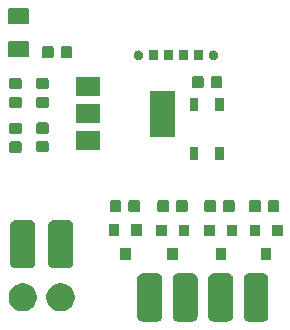
<source format=gbr>
G04 #@! TF.GenerationSoftware,KiCad,Pcbnew,(5.1.5)-3*
G04 #@! TF.CreationDate,2020-11-12T13:32:49+01:00*
G04 #@! TF.ProjectId,ESP8266_RGBA_Receiver,45535038-3236-4365-9f52-4742415f5265,rev?*
G04 #@! TF.SameCoordinates,Original*
G04 #@! TF.FileFunction,Soldermask,Top*
G04 #@! TF.FilePolarity,Negative*
%FSLAX46Y46*%
G04 Gerber Fmt 4.6, Leading zero omitted, Abs format (unit mm)*
G04 Created by KiCad (PCBNEW (5.1.5)-3) date 2020-11-12 13:32:49*
%MOMM*%
%LPD*%
G04 APERTURE LIST*
%ADD10C,0.100000*%
G04 APERTURE END LIST*
D10*
G36*
X91678210Y-73958489D02*
G01*
X91764950Y-73984802D01*
X91844889Y-74027530D01*
X91914962Y-74085038D01*
X91972470Y-74155111D01*
X92015198Y-74235050D01*
X92041511Y-74321790D01*
X92051000Y-74418140D01*
X92051000Y-77581860D01*
X92041511Y-77678210D01*
X92015198Y-77764950D01*
X91972470Y-77844889D01*
X91914962Y-77914962D01*
X91844889Y-77972470D01*
X91764950Y-78015198D01*
X91678210Y-78041511D01*
X91581860Y-78051000D01*
X90418140Y-78051000D01*
X90321790Y-78041511D01*
X90235050Y-78015198D01*
X90155111Y-77972470D01*
X90085038Y-77914962D01*
X90027530Y-77844889D01*
X89984802Y-77764950D01*
X89958489Y-77678210D01*
X89949000Y-77581860D01*
X89949000Y-74418140D01*
X89958489Y-74321790D01*
X89984802Y-74235050D01*
X90027530Y-74155111D01*
X90085038Y-74085038D01*
X90155111Y-74027530D01*
X90235050Y-73984802D01*
X90321790Y-73958489D01*
X90418140Y-73949000D01*
X91581860Y-73949000D01*
X91678210Y-73958489D01*
G37*
G36*
X97678210Y-73958489D02*
G01*
X97764950Y-73984802D01*
X97844889Y-74027530D01*
X97914962Y-74085038D01*
X97972470Y-74155111D01*
X98015198Y-74235050D01*
X98041511Y-74321790D01*
X98051000Y-74418140D01*
X98051000Y-77581860D01*
X98041511Y-77678210D01*
X98015198Y-77764950D01*
X97972470Y-77844889D01*
X97914962Y-77914962D01*
X97844889Y-77972470D01*
X97764950Y-78015198D01*
X97678210Y-78041511D01*
X97581860Y-78051000D01*
X96418140Y-78051000D01*
X96321790Y-78041511D01*
X96235050Y-78015198D01*
X96155111Y-77972470D01*
X96085038Y-77914962D01*
X96027530Y-77844889D01*
X95984802Y-77764950D01*
X95958489Y-77678210D01*
X95949000Y-77581860D01*
X95949000Y-74418140D01*
X95958489Y-74321790D01*
X95984802Y-74235050D01*
X96027530Y-74155111D01*
X96085038Y-74085038D01*
X96155111Y-74027530D01*
X96235050Y-73984802D01*
X96321790Y-73958489D01*
X96418140Y-73949000D01*
X97581860Y-73949000D01*
X97678210Y-73958489D01*
G37*
G36*
X100678210Y-73958489D02*
G01*
X100764950Y-73984802D01*
X100844889Y-74027530D01*
X100914962Y-74085038D01*
X100972470Y-74155111D01*
X101015198Y-74235050D01*
X101041511Y-74321790D01*
X101051000Y-74418140D01*
X101051000Y-77581860D01*
X101041511Y-77678210D01*
X101015198Y-77764950D01*
X100972470Y-77844889D01*
X100914962Y-77914962D01*
X100844889Y-77972470D01*
X100764950Y-78015198D01*
X100678210Y-78041511D01*
X100581860Y-78051000D01*
X99418140Y-78051000D01*
X99321790Y-78041511D01*
X99235050Y-78015198D01*
X99155111Y-77972470D01*
X99085038Y-77914962D01*
X99027530Y-77844889D01*
X98984802Y-77764950D01*
X98958489Y-77678210D01*
X98949000Y-77581860D01*
X98949000Y-74418140D01*
X98958489Y-74321790D01*
X98984802Y-74235050D01*
X99027530Y-74155111D01*
X99085038Y-74085038D01*
X99155111Y-74027530D01*
X99235050Y-73984802D01*
X99321790Y-73958489D01*
X99418140Y-73949000D01*
X100581860Y-73949000D01*
X100678210Y-73958489D01*
G37*
G36*
X94678210Y-73958489D02*
G01*
X94764950Y-73984802D01*
X94844889Y-74027530D01*
X94914962Y-74085038D01*
X94972470Y-74155111D01*
X95015198Y-74235050D01*
X95041511Y-74321790D01*
X95051000Y-74418140D01*
X95051000Y-77581860D01*
X95041511Y-77678210D01*
X95015198Y-77764950D01*
X94972470Y-77844889D01*
X94914962Y-77914962D01*
X94844889Y-77972470D01*
X94764950Y-78015198D01*
X94678210Y-78041511D01*
X94581860Y-78051000D01*
X93418140Y-78051000D01*
X93321790Y-78041511D01*
X93235050Y-78015198D01*
X93155111Y-77972470D01*
X93085038Y-77914962D01*
X93027530Y-77844889D01*
X92984802Y-77764950D01*
X92958489Y-77678210D01*
X92949000Y-77581860D01*
X92949000Y-74418140D01*
X92958489Y-74321790D01*
X92984802Y-74235050D01*
X93027530Y-74155111D01*
X93085038Y-74085038D01*
X93155111Y-74027530D01*
X93235050Y-73984802D01*
X93321790Y-73958489D01*
X93418140Y-73949000D01*
X94581860Y-73949000D01*
X94678210Y-73958489D01*
G37*
G36*
X80600318Y-74845153D02*
G01*
X80818885Y-74935687D01*
X80818887Y-74935688D01*
X81015593Y-75067122D01*
X81182878Y-75234407D01*
X81314312Y-75431113D01*
X81314313Y-75431115D01*
X81404847Y-75649682D01*
X81451000Y-75881710D01*
X81451000Y-76118290D01*
X81404847Y-76350318D01*
X81314313Y-76568885D01*
X81314312Y-76568887D01*
X81182878Y-76765593D01*
X81015593Y-76932878D01*
X80818887Y-77064312D01*
X80818886Y-77064313D01*
X80818885Y-77064313D01*
X80600318Y-77154847D01*
X80368290Y-77201000D01*
X80131710Y-77201000D01*
X79899682Y-77154847D01*
X79681115Y-77064313D01*
X79681114Y-77064313D01*
X79681113Y-77064312D01*
X79484407Y-76932878D01*
X79317122Y-76765593D01*
X79185688Y-76568887D01*
X79185687Y-76568885D01*
X79095153Y-76350318D01*
X79049000Y-76118290D01*
X79049000Y-75881710D01*
X79095153Y-75649682D01*
X79185687Y-75431115D01*
X79185688Y-75431113D01*
X79317122Y-75234407D01*
X79484407Y-75067122D01*
X79681113Y-74935688D01*
X79681115Y-74935687D01*
X79899682Y-74845153D01*
X80131710Y-74799000D01*
X80368290Y-74799000D01*
X80600318Y-74845153D01*
G37*
G36*
X83800318Y-74845153D02*
G01*
X84018885Y-74935687D01*
X84018887Y-74935688D01*
X84215593Y-75067122D01*
X84382878Y-75234407D01*
X84514312Y-75431113D01*
X84514313Y-75431115D01*
X84604847Y-75649682D01*
X84651000Y-75881710D01*
X84651000Y-76118290D01*
X84604847Y-76350318D01*
X84514313Y-76568885D01*
X84514312Y-76568887D01*
X84382878Y-76765593D01*
X84215593Y-76932878D01*
X84018887Y-77064312D01*
X84018886Y-77064313D01*
X84018885Y-77064313D01*
X83800318Y-77154847D01*
X83568290Y-77201000D01*
X83331710Y-77201000D01*
X83099682Y-77154847D01*
X82881115Y-77064313D01*
X82881114Y-77064313D01*
X82881113Y-77064312D01*
X82684407Y-76932878D01*
X82517122Y-76765593D01*
X82385688Y-76568887D01*
X82385687Y-76568885D01*
X82295153Y-76350318D01*
X82249000Y-76118290D01*
X82249000Y-75881710D01*
X82295153Y-75649682D01*
X82385687Y-75431115D01*
X82385688Y-75431113D01*
X82517122Y-75234407D01*
X82684407Y-75067122D01*
X82881113Y-74935688D01*
X82881115Y-74935687D01*
X83099682Y-74845153D01*
X83331710Y-74799000D01*
X83568290Y-74799000D01*
X83800318Y-74845153D01*
G37*
G36*
X84128210Y-69458489D02*
G01*
X84214950Y-69484802D01*
X84294889Y-69527530D01*
X84364962Y-69585038D01*
X84422470Y-69655111D01*
X84465198Y-69735050D01*
X84491511Y-69821790D01*
X84501000Y-69918140D01*
X84501000Y-73081860D01*
X84491511Y-73178210D01*
X84465198Y-73264950D01*
X84422470Y-73344889D01*
X84364962Y-73414962D01*
X84294889Y-73472470D01*
X84214950Y-73515198D01*
X84128210Y-73541511D01*
X84031860Y-73551000D01*
X82868140Y-73551000D01*
X82771790Y-73541511D01*
X82685050Y-73515198D01*
X82605111Y-73472470D01*
X82535038Y-73414962D01*
X82477530Y-73344889D01*
X82434802Y-73264950D01*
X82408489Y-73178210D01*
X82399000Y-73081860D01*
X82399000Y-69918140D01*
X82408489Y-69821790D01*
X82434802Y-69735050D01*
X82477530Y-69655111D01*
X82535038Y-69585038D01*
X82605111Y-69527530D01*
X82685050Y-69484802D01*
X82771790Y-69458489D01*
X82868140Y-69449000D01*
X84031860Y-69449000D01*
X84128210Y-69458489D01*
G37*
G36*
X80928210Y-69458489D02*
G01*
X81014950Y-69484802D01*
X81094889Y-69527530D01*
X81164962Y-69585038D01*
X81222470Y-69655111D01*
X81265198Y-69735050D01*
X81291511Y-69821790D01*
X81301000Y-69918140D01*
X81301000Y-73081860D01*
X81291511Y-73178210D01*
X81265198Y-73264950D01*
X81222470Y-73344889D01*
X81164962Y-73414962D01*
X81094889Y-73472470D01*
X81014950Y-73515198D01*
X80928210Y-73541511D01*
X80831860Y-73551000D01*
X79668140Y-73551000D01*
X79571790Y-73541511D01*
X79485050Y-73515198D01*
X79405111Y-73472470D01*
X79335038Y-73414962D01*
X79277530Y-73344889D01*
X79234802Y-73264950D01*
X79208489Y-73178210D01*
X79199000Y-73081860D01*
X79199000Y-69918140D01*
X79208489Y-69821790D01*
X79234802Y-69735050D01*
X79277530Y-69655111D01*
X79335038Y-69585038D01*
X79405111Y-69527530D01*
X79485050Y-69484802D01*
X79571790Y-69458489D01*
X79668140Y-69449000D01*
X80831860Y-69449000D01*
X80928210Y-69458489D01*
G37*
G36*
X101305000Y-72839000D02*
G01*
X100403000Y-72839000D01*
X100403000Y-71837000D01*
X101305000Y-71837000D01*
X101305000Y-72839000D01*
G37*
G36*
X97479000Y-72839000D02*
G01*
X96577000Y-72839000D01*
X96577000Y-71837000D01*
X97479000Y-71837000D01*
X97479000Y-72839000D01*
G37*
G36*
X93399000Y-72839000D02*
G01*
X92497000Y-72839000D01*
X92497000Y-71837000D01*
X93399000Y-71837000D01*
X93399000Y-72839000D01*
G37*
G36*
X89385000Y-72823000D02*
G01*
X88483000Y-72823000D01*
X88483000Y-71821000D01*
X89385000Y-71821000D01*
X89385000Y-72823000D01*
G37*
G36*
X92449000Y-70839000D02*
G01*
X91547000Y-70839000D01*
X91547000Y-69837000D01*
X92449000Y-69837000D01*
X92449000Y-70839000D01*
G37*
G36*
X96529000Y-70839000D02*
G01*
X95627000Y-70839000D01*
X95627000Y-69837000D01*
X96529000Y-69837000D01*
X96529000Y-70839000D01*
G37*
G36*
X102255000Y-70839000D02*
G01*
X101353000Y-70839000D01*
X101353000Y-69837000D01*
X102255000Y-69837000D01*
X102255000Y-70839000D01*
G37*
G36*
X100355000Y-70839000D02*
G01*
X99453000Y-70839000D01*
X99453000Y-69837000D01*
X100355000Y-69837000D01*
X100355000Y-70839000D01*
G37*
G36*
X94349000Y-70839000D02*
G01*
X93447000Y-70839000D01*
X93447000Y-69837000D01*
X94349000Y-69837000D01*
X94349000Y-70839000D01*
G37*
G36*
X98429000Y-70839000D02*
G01*
X97527000Y-70839000D01*
X97527000Y-69837000D01*
X98429000Y-69837000D01*
X98429000Y-70839000D01*
G37*
G36*
X90335000Y-70823000D02*
G01*
X89433000Y-70823000D01*
X89433000Y-69821000D01*
X90335000Y-69821000D01*
X90335000Y-70823000D01*
G37*
G36*
X88435000Y-70823000D02*
G01*
X87533000Y-70823000D01*
X87533000Y-69821000D01*
X88435000Y-69821000D01*
X88435000Y-70823000D01*
G37*
G36*
X94052091Y-67768085D02*
G01*
X94086069Y-67778393D01*
X94117390Y-67795134D01*
X94144839Y-67817661D01*
X94167366Y-67845110D01*
X94184107Y-67876431D01*
X94194415Y-67910409D01*
X94198500Y-67951890D01*
X94198500Y-68628110D01*
X94194415Y-68669591D01*
X94184107Y-68703569D01*
X94167366Y-68734890D01*
X94144839Y-68762339D01*
X94117390Y-68784866D01*
X94086069Y-68801607D01*
X94052091Y-68811915D01*
X94010610Y-68816000D01*
X93409390Y-68816000D01*
X93367909Y-68811915D01*
X93333931Y-68801607D01*
X93302610Y-68784866D01*
X93275161Y-68762339D01*
X93252634Y-68734890D01*
X93235893Y-68703569D01*
X93225585Y-68669591D01*
X93221500Y-68628110D01*
X93221500Y-67951890D01*
X93225585Y-67910409D01*
X93235893Y-67876431D01*
X93252634Y-67845110D01*
X93275161Y-67817661D01*
X93302610Y-67795134D01*
X93333931Y-67778393D01*
X93367909Y-67768085D01*
X93409390Y-67764000D01*
X94010610Y-67764000D01*
X94052091Y-67768085D01*
G37*
G36*
X88454591Y-67768085D02*
G01*
X88488569Y-67778393D01*
X88519890Y-67795134D01*
X88547339Y-67817661D01*
X88569866Y-67845110D01*
X88586607Y-67876431D01*
X88596915Y-67910409D01*
X88601000Y-67951890D01*
X88601000Y-68628110D01*
X88596915Y-68669591D01*
X88586607Y-68703569D01*
X88569866Y-68734890D01*
X88547339Y-68762339D01*
X88519890Y-68784866D01*
X88488569Y-68801607D01*
X88454591Y-68811915D01*
X88413110Y-68816000D01*
X87811890Y-68816000D01*
X87770409Y-68811915D01*
X87736431Y-68801607D01*
X87705110Y-68784866D01*
X87677661Y-68762339D01*
X87655134Y-68734890D01*
X87638393Y-68703569D01*
X87628085Y-68669591D01*
X87624000Y-68628110D01*
X87624000Y-67951890D01*
X87628085Y-67910409D01*
X87638393Y-67876431D01*
X87655134Y-67845110D01*
X87677661Y-67817661D01*
X87705110Y-67795134D01*
X87736431Y-67778393D01*
X87770409Y-67768085D01*
X87811890Y-67764000D01*
X88413110Y-67764000D01*
X88454591Y-67768085D01*
G37*
G36*
X90029591Y-67768085D02*
G01*
X90063569Y-67778393D01*
X90094890Y-67795134D01*
X90122339Y-67817661D01*
X90144866Y-67845110D01*
X90161607Y-67876431D01*
X90171915Y-67910409D01*
X90176000Y-67951890D01*
X90176000Y-68628110D01*
X90171915Y-68669591D01*
X90161607Y-68703569D01*
X90144866Y-68734890D01*
X90122339Y-68762339D01*
X90094890Y-68784866D01*
X90063569Y-68801607D01*
X90029591Y-68811915D01*
X89988110Y-68816000D01*
X89386890Y-68816000D01*
X89345409Y-68811915D01*
X89311431Y-68801607D01*
X89280110Y-68784866D01*
X89252661Y-68762339D01*
X89230134Y-68734890D01*
X89213393Y-68703569D01*
X89203085Y-68669591D01*
X89199000Y-68628110D01*
X89199000Y-67951890D01*
X89203085Y-67910409D01*
X89213393Y-67876431D01*
X89230134Y-67845110D01*
X89252661Y-67817661D01*
X89280110Y-67795134D01*
X89311431Y-67778393D01*
X89345409Y-67768085D01*
X89386890Y-67764000D01*
X89988110Y-67764000D01*
X90029591Y-67768085D01*
G37*
G36*
X92477091Y-67768085D02*
G01*
X92511069Y-67778393D01*
X92542390Y-67795134D01*
X92569839Y-67817661D01*
X92592366Y-67845110D01*
X92609107Y-67876431D01*
X92619415Y-67910409D01*
X92623500Y-67951890D01*
X92623500Y-68628110D01*
X92619415Y-68669591D01*
X92609107Y-68703569D01*
X92592366Y-68734890D01*
X92569839Y-68762339D01*
X92542390Y-68784866D01*
X92511069Y-68801607D01*
X92477091Y-68811915D01*
X92435610Y-68816000D01*
X91834390Y-68816000D01*
X91792909Y-68811915D01*
X91758931Y-68801607D01*
X91727610Y-68784866D01*
X91700161Y-68762339D01*
X91677634Y-68734890D01*
X91660893Y-68703569D01*
X91650585Y-68669591D01*
X91646500Y-68628110D01*
X91646500Y-67951890D01*
X91650585Y-67910409D01*
X91660893Y-67876431D01*
X91677634Y-67845110D01*
X91700161Y-67817661D01*
X91727610Y-67795134D01*
X91758931Y-67778393D01*
X91792909Y-67768085D01*
X91834390Y-67764000D01*
X92435610Y-67764000D01*
X92477091Y-67768085D01*
G37*
G36*
X98029591Y-67768085D02*
G01*
X98063569Y-67778393D01*
X98094890Y-67795134D01*
X98122339Y-67817661D01*
X98144866Y-67845110D01*
X98161607Y-67876431D01*
X98171915Y-67910409D01*
X98176000Y-67951890D01*
X98176000Y-68628110D01*
X98171915Y-68669591D01*
X98161607Y-68703569D01*
X98144866Y-68734890D01*
X98122339Y-68762339D01*
X98094890Y-68784866D01*
X98063569Y-68801607D01*
X98029591Y-68811915D01*
X97988110Y-68816000D01*
X97386890Y-68816000D01*
X97345409Y-68811915D01*
X97311431Y-68801607D01*
X97280110Y-68784866D01*
X97252661Y-68762339D01*
X97230134Y-68734890D01*
X97213393Y-68703569D01*
X97203085Y-68669591D01*
X97199000Y-68628110D01*
X97199000Y-67951890D01*
X97203085Y-67910409D01*
X97213393Y-67876431D01*
X97230134Y-67845110D01*
X97252661Y-67817661D01*
X97280110Y-67795134D01*
X97311431Y-67778393D01*
X97345409Y-67768085D01*
X97386890Y-67764000D01*
X97988110Y-67764000D01*
X98029591Y-67768085D01*
G37*
G36*
X96454591Y-67768085D02*
G01*
X96488569Y-67778393D01*
X96519890Y-67795134D01*
X96547339Y-67817661D01*
X96569866Y-67845110D01*
X96586607Y-67876431D01*
X96596915Y-67910409D01*
X96601000Y-67951890D01*
X96601000Y-68628110D01*
X96596915Y-68669591D01*
X96586607Y-68703569D01*
X96569866Y-68734890D01*
X96547339Y-68762339D01*
X96519890Y-68784866D01*
X96488569Y-68801607D01*
X96454591Y-68811915D01*
X96413110Y-68816000D01*
X95811890Y-68816000D01*
X95770409Y-68811915D01*
X95736431Y-68801607D01*
X95705110Y-68784866D01*
X95677661Y-68762339D01*
X95655134Y-68734890D01*
X95638393Y-68703569D01*
X95628085Y-68669591D01*
X95624000Y-68628110D01*
X95624000Y-67951890D01*
X95628085Y-67910409D01*
X95638393Y-67876431D01*
X95655134Y-67845110D01*
X95677661Y-67817661D01*
X95705110Y-67795134D01*
X95736431Y-67778393D01*
X95770409Y-67768085D01*
X95811890Y-67764000D01*
X96413110Y-67764000D01*
X96454591Y-67768085D01*
G37*
G36*
X101829591Y-67768085D02*
G01*
X101863569Y-67778393D01*
X101894890Y-67795134D01*
X101922339Y-67817661D01*
X101944866Y-67845110D01*
X101961607Y-67876431D01*
X101971915Y-67910409D01*
X101976000Y-67951890D01*
X101976000Y-68628110D01*
X101971915Y-68669591D01*
X101961607Y-68703569D01*
X101944866Y-68734890D01*
X101922339Y-68762339D01*
X101894890Y-68784866D01*
X101863569Y-68801607D01*
X101829591Y-68811915D01*
X101788110Y-68816000D01*
X101186890Y-68816000D01*
X101145409Y-68811915D01*
X101111431Y-68801607D01*
X101080110Y-68784866D01*
X101052661Y-68762339D01*
X101030134Y-68734890D01*
X101013393Y-68703569D01*
X101003085Y-68669591D01*
X100999000Y-68628110D01*
X100999000Y-67951890D01*
X101003085Y-67910409D01*
X101013393Y-67876431D01*
X101030134Y-67845110D01*
X101052661Y-67817661D01*
X101080110Y-67795134D01*
X101111431Y-67778393D01*
X101145409Y-67768085D01*
X101186890Y-67764000D01*
X101788110Y-67764000D01*
X101829591Y-67768085D01*
G37*
G36*
X100254591Y-67768085D02*
G01*
X100288569Y-67778393D01*
X100319890Y-67795134D01*
X100347339Y-67817661D01*
X100369866Y-67845110D01*
X100386607Y-67876431D01*
X100396915Y-67910409D01*
X100401000Y-67951890D01*
X100401000Y-68628110D01*
X100396915Y-68669591D01*
X100386607Y-68703569D01*
X100369866Y-68734890D01*
X100347339Y-68762339D01*
X100319890Y-68784866D01*
X100288569Y-68801607D01*
X100254591Y-68811915D01*
X100213110Y-68816000D01*
X99611890Y-68816000D01*
X99570409Y-68811915D01*
X99536431Y-68801607D01*
X99505110Y-68784866D01*
X99477661Y-68762339D01*
X99455134Y-68734890D01*
X99438393Y-68703569D01*
X99428085Y-68669591D01*
X99424000Y-68628110D01*
X99424000Y-67951890D01*
X99428085Y-67910409D01*
X99438393Y-67876431D01*
X99455134Y-67845110D01*
X99477661Y-67817661D01*
X99505110Y-67795134D01*
X99536431Y-67778393D01*
X99570409Y-67768085D01*
X99611890Y-67764000D01*
X100213110Y-67764000D01*
X100254591Y-67768085D01*
G37*
G36*
X95127000Y-64416000D02*
G01*
X94375000Y-64416000D01*
X94375000Y-63264000D01*
X95127000Y-63264000D01*
X95127000Y-64416000D01*
G37*
G36*
X97277000Y-64416000D02*
G01*
X96525000Y-64416000D01*
X96525000Y-63264000D01*
X97277000Y-63264000D01*
X97277000Y-64416000D01*
G37*
G36*
X80008591Y-62787085D02*
G01*
X80042569Y-62797393D01*
X80073890Y-62814134D01*
X80101339Y-62836661D01*
X80123866Y-62864110D01*
X80140607Y-62895431D01*
X80150915Y-62929409D01*
X80155000Y-62970890D01*
X80155000Y-63572110D01*
X80150915Y-63613591D01*
X80140607Y-63647569D01*
X80123866Y-63678890D01*
X80101339Y-63706339D01*
X80073890Y-63728866D01*
X80042569Y-63745607D01*
X80008591Y-63755915D01*
X79967110Y-63760000D01*
X79290890Y-63760000D01*
X79249409Y-63755915D01*
X79215431Y-63745607D01*
X79184110Y-63728866D01*
X79156661Y-63706339D01*
X79134134Y-63678890D01*
X79117393Y-63647569D01*
X79107085Y-63613591D01*
X79103000Y-63572110D01*
X79103000Y-62970890D01*
X79107085Y-62929409D01*
X79117393Y-62895431D01*
X79134134Y-62864110D01*
X79156661Y-62836661D01*
X79184110Y-62814134D01*
X79215431Y-62797393D01*
X79249409Y-62787085D01*
X79290890Y-62783000D01*
X79967110Y-62783000D01*
X80008591Y-62787085D01*
G37*
G36*
X82294591Y-62761585D02*
G01*
X82328569Y-62771893D01*
X82359890Y-62788634D01*
X82387339Y-62811161D01*
X82409866Y-62838610D01*
X82426607Y-62869931D01*
X82436915Y-62903909D01*
X82441000Y-62945390D01*
X82441000Y-63546610D01*
X82436915Y-63588091D01*
X82426607Y-63622069D01*
X82409866Y-63653390D01*
X82387339Y-63680839D01*
X82359890Y-63703366D01*
X82328569Y-63720107D01*
X82294591Y-63730415D01*
X82253110Y-63734500D01*
X81576890Y-63734500D01*
X81535409Y-63730415D01*
X81501431Y-63720107D01*
X81470110Y-63703366D01*
X81442661Y-63680839D01*
X81420134Y-63653390D01*
X81403393Y-63622069D01*
X81393085Y-63588091D01*
X81389000Y-63546610D01*
X81389000Y-62945390D01*
X81393085Y-62903909D01*
X81403393Y-62869931D01*
X81420134Y-62838610D01*
X81442661Y-62811161D01*
X81470110Y-62788634D01*
X81501431Y-62771893D01*
X81535409Y-62761585D01*
X81576890Y-62757500D01*
X82253110Y-62757500D01*
X82294591Y-62761585D01*
G37*
G36*
X86826000Y-63553000D02*
G01*
X84724000Y-63553000D01*
X84724000Y-61951000D01*
X86826000Y-61951000D01*
X86826000Y-63553000D01*
G37*
G36*
X93126000Y-62403000D02*
G01*
X91024000Y-62403000D01*
X91024000Y-58501000D01*
X93126000Y-58501000D01*
X93126000Y-62403000D01*
G37*
G36*
X80008591Y-61212085D02*
G01*
X80042569Y-61222393D01*
X80073890Y-61239134D01*
X80101339Y-61261661D01*
X80123866Y-61289110D01*
X80140607Y-61320431D01*
X80150915Y-61354409D01*
X80155000Y-61395890D01*
X80155000Y-61997110D01*
X80150915Y-62038591D01*
X80140607Y-62072569D01*
X80123866Y-62103890D01*
X80101339Y-62131339D01*
X80073890Y-62153866D01*
X80042569Y-62170607D01*
X80008591Y-62180915D01*
X79967110Y-62185000D01*
X79290890Y-62185000D01*
X79249409Y-62180915D01*
X79215431Y-62170607D01*
X79184110Y-62153866D01*
X79156661Y-62131339D01*
X79134134Y-62103890D01*
X79117393Y-62072569D01*
X79107085Y-62038591D01*
X79103000Y-61997110D01*
X79103000Y-61395890D01*
X79107085Y-61354409D01*
X79117393Y-61320431D01*
X79134134Y-61289110D01*
X79156661Y-61261661D01*
X79184110Y-61239134D01*
X79215431Y-61222393D01*
X79249409Y-61212085D01*
X79290890Y-61208000D01*
X79967110Y-61208000D01*
X80008591Y-61212085D01*
G37*
G36*
X82294591Y-61186585D02*
G01*
X82328569Y-61196893D01*
X82359890Y-61213634D01*
X82387339Y-61236161D01*
X82409866Y-61263610D01*
X82426607Y-61294931D01*
X82436915Y-61328909D01*
X82441000Y-61370390D01*
X82441000Y-61971610D01*
X82436915Y-62013091D01*
X82426607Y-62047069D01*
X82409866Y-62078390D01*
X82387339Y-62105839D01*
X82359890Y-62128366D01*
X82328569Y-62145107D01*
X82294591Y-62155415D01*
X82253110Y-62159500D01*
X81576890Y-62159500D01*
X81535409Y-62155415D01*
X81501431Y-62145107D01*
X81470110Y-62128366D01*
X81442661Y-62105839D01*
X81420134Y-62078390D01*
X81403393Y-62047069D01*
X81393085Y-62013091D01*
X81389000Y-61971610D01*
X81389000Y-61370390D01*
X81393085Y-61328909D01*
X81403393Y-61294931D01*
X81420134Y-61263610D01*
X81442661Y-61236161D01*
X81470110Y-61213634D01*
X81501431Y-61196893D01*
X81535409Y-61186585D01*
X81576890Y-61182500D01*
X82253110Y-61182500D01*
X82294591Y-61186585D01*
G37*
G36*
X86826000Y-61253000D02*
G01*
X84724000Y-61253000D01*
X84724000Y-59651000D01*
X86826000Y-59651000D01*
X86826000Y-61253000D01*
G37*
G36*
X97277000Y-60266000D02*
G01*
X96525000Y-60266000D01*
X96525000Y-59114000D01*
X97277000Y-59114000D01*
X97277000Y-60266000D01*
G37*
G36*
X95127000Y-60266000D02*
G01*
X94375000Y-60266000D01*
X94375000Y-59114000D01*
X95127000Y-59114000D01*
X95127000Y-60266000D01*
G37*
G36*
X80008591Y-59002585D02*
G01*
X80042569Y-59012893D01*
X80073890Y-59029634D01*
X80101339Y-59052161D01*
X80123866Y-59079610D01*
X80140607Y-59110931D01*
X80150915Y-59144909D01*
X80155000Y-59186390D01*
X80155000Y-59787610D01*
X80150915Y-59829091D01*
X80140607Y-59863069D01*
X80123866Y-59894390D01*
X80101339Y-59921839D01*
X80073890Y-59944366D01*
X80042569Y-59961107D01*
X80008591Y-59971415D01*
X79967110Y-59975500D01*
X79290890Y-59975500D01*
X79249409Y-59971415D01*
X79215431Y-59961107D01*
X79184110Y-59944366D01*
X79156661Y-59921839D01*
X79134134Y-59894390D01*
X79117393Y-59863069D01*
X79107085Y-59829091D01*
X79103000Y-59787610D01*
X79103000Y-59186390D01*
X79107085Y-59144909D01*
X79117393Y-59110931D01*
X79134134Y-59079610D01*
X79156661Y-59052161D01*
X79184110Y-59029634D01*
X79215431Y-59012893D01*
X79249409Y-59002585D01*
X79290890Y-58998500D01*
X79967110Y-58998500D01*
X80008591Y-59002585D01*
G37*
G36*
X82294591Y-59002585D02*
G01*
X82328569Y-59012893D01*
X82359890Y-59029634D01*
X82387339Y-59052161D01*
X82409866Y-59079610D01*
X82426607Y-59110931D01*
X82436915Y-59144909D01*
X82441000Y-59186390D01*
X82441000Y-59787610D01*
X82436915Y-59829091D01*
X82426607Y-59863069D01*
X82409866Y-59894390D01*
X82387339Y-59921839D01*
X82359890Y-59944366D01*
X82328569Y-59961107D01*
X82294591Y-59971415D01*
X82253110Y-59975500D01*
X81576890Y-59975500D01*
X81535409Y-59971415D01*
X81501431Y-59961107D01*
X81470110Y-59944366D01*
X81442661Y-59921839D01*
X81420134Y-59894390D01*
X81403393Y-59863069D01*
X81393085Y-59829091D01*
X81389000Y-59787610D01*
X81389000Y-59186390D01*
X81393085Y-59144909D01*
X81403393Y-59110931D01*
X81420134Y-59079610D01*
X81442661Y-59052161D01*
X81470110Y-59029634D01*
X81501431Y-59012893D01*
X81535409Y-59002585D01*
X81576890Y-58998500D01*
X82253110Y-58998500D01*
X82294591Y-59002585D01*
G37*
G36*
X86826000Y-58953000D02*
G01*
X84724000Y-58953000D01*
X84724000Y-57351000D01*
X86826000Y-57351000D01*
X86826000Y-58953000D01*
G37*
G36*
X80008591Y-57427585D02*
G01*
X80042569Y-57437893D01*
X80073890Y-57454634D01*
X80101339Y-57477161D01*
X80123866Y-57504610D01*
X80140607Y-57535931D01*
X80150915Y-57569909D01*
X80155000Y-57611390D01*
X80155000Y-58212610D01*
X80150915Y-58254091D01*
X80140607Y-58288069D01*
X80123866Y-58319390D01*
X80101339Y-58346839D01*
X80073890Y-58369366D01*
X80042569Y-58386107D01*
X80008591Y-58396415D01*
X79967110Y-58400500D01*
X79290890Y-58400500D01*
X79249409Y-58396415D01*
X79215431Y-58386107D01*
X79184110Y-58369366D01*
X79156661Y-58346839D01*
X79134134Y-58319390D01*
X79117393Y-58288069D01*
X79107085Y-58254091D01*
X79103000Y-58212610D01*
X79103000Y-57611390D01*
X79107085Y-57569909D01*
X79117393Y-57535931D01*
X79134134Y-57504610D01*
X79156661Y-57477161D01*
X79184110Y-57454634D01*
X79215431Y-57437893D01*
X79249409Y-57427585D01*
X79290890Y-57423500D01*
X79967110Y-57423500D01*
X80008591Y-57427585D01*
G37*
G36*
X82294591Y-57427585D02*
G01*
X82328569Y-57437893D01*
X82359890Y-57454634D01*
X82387339Y-57477161D01*
X82409866Y-57504610D01*
X82426607Y-57535931D01*
X82436915Y-57569909D01*
X82441000Y-57611390D01*
X82441000Y-58212610D01*
X82436915Y-58254091D01*
X82426607Y-58288069D01*
X82409866Y-58319390D01*
X82387339Y-58346839D01*
X82359890Y-58369366D01*
X82328569Y-58386107D01*
X82294591Y-58396415D01*
X82253110Y-58400500D01*
X81576890Y-58400500D01*
X81535409Y-58396415D01*
X81501431Y-58386107D01*
X81470110Y-58369366D01*
X81442661Y-58346839D01*
X81420134Y-58319390D01*
X81403393Y-58288069D01*
X81393085Y-58254091D01*
X81389000Y-58212610D01*
X81389000Y-57611390D01*
X81393085Y-57569909D01*
X81403393Y-57535931D01*
X81420134Y-57504610D01*
X81442661Y-57477161D01*
X81470110Y-57454634D01*
X81501431Y-57437893D01*
X81535409Y-57427585D01*
X81576890Y-57423500D01*
X82253110Y-57423500D01*
X82294591Y-57427585D01*
G37*
G36*
X95414091Y-57263085D02*
G01*
X95448069Y-57273393D01*
X95479390Y-57290134D01*
X95506839Y-57312661D01*
X95529366Y-57340110D01*
X95546107Y-57371431D01*
X95556415Y-57405409D01*
X95560500Y-57446890D01*
X95560500Y-58123110D01*
X95556415Y-58164591D01*
X95546107Y-58198569D01*
X95529366Y-58229890D01*
X95506839Y-58257339D01*
X95479390Y-58279866D01*
X95448069Y-58296607D01*
X95414091Y-58306915D01*
X95372610Y-58311000D01*
X94771390Y-58311000D01*
X94729909Y-58306915D01*
X94695931Y-58296607D01*
X94664610Y-58279866D01*
X94637161Y-58257339D01*
X94614634Y-58229890D01*
X94597893Y-58198569D01*
X94587585Y-58164591D01*
X94583500Y-58123110D01*
X94583500Y-57446890D01*
X94587585Y-57405409D01*
X94597893Y-57371431D01*
X94614634Y-57340110D01*
X94637161Y-57312661D01*
X94664610Y-57290134D01*
X94695931Y-57273393D01*
X94729909Y-57263085D01*
X94771390Y-57259000D01*
X95372610Y-57259000D01*
X95414091Y-57263085D01*
G37*
G36*
X96989091Y-57263085D02*
G01*
X97023069Y-57273393D01*
X97054390Y-57290134D01*
X97081839Y-57312661D01*
X97104366Y-57340110D01*
X97121107Y-57371431D01*
X97131415Y-57405409D01*
X97135500Y-57446890D01*
X97135500Y-58123110D01*
X97131415Y-58164591D01*
X97121107Y-58198569D01*
X97104366Y-58229890D01*
X97081839Y-58257339D01*
X97054390Y-58279866D01*
X97023069Y-58296607D01*
X96989091Y-58306915D01*
X96947610Y-58311000D01*
X96346390Y-58311000D01*
X96304909Y-58306915D01*
X96270931Y-58296607D01*
X96239610Y-58279866D01*
X96212161Y-58257339D01*
X96189634Y-58229890D01*
X96172893Y-58198569D01*
X96162585Y-58164591D01*
X96158500Y-58123110D01*
X96158500Y-57446890D01*
X96162585Y-57405409D01*
X96172893Y-57371431D01*
X96189634Y-57340110D01*
X96212161Y-57312661D01*
X96239610Y-57290134D01*
X96270931Y-57273393D01*
X96304909Y-57263085D01*
X96346390Y-57259000D01*
X96947610Y-57259000D01*
X96989091Y-57263085D01*
G37*
G36*
X96484688Y-55105935D02*
G01*
X96510667Y-55111102D01*
X96584082Y-55141511D01*
X96584083Y-55141512D01*
X96650150Y-55185656D01*
X96706344Y-55241850D01*
X96739452Y-55291400D01*
X96750489Y-55307918D01*
X96780898Y-55381333D01*
X96780898Y-55381334D01*
X96795025Y-55452352D01*
X96796400Y-55459269D01*
X96796400Y-55538731D01*
X96780898Y-55616667D01*
X96750489Y-55690082D01*
X96750488Y-55690083D01*
X96706344Y-55756150D01*
X96650150Y-55812344D01*
X96600600Y-55845452D01*
X96584082Y-55856489D01*
X96510667Y-55886898D01*
X96484688Y-55892065D01*
X96432733Y-55902400D01*
X96353267Y-55902400D01*
X96301312Y-55892065D01*
X96275333Y-55886898D01*
X96201918Y-55856489D01*
X96185400Y-55845452D01*
X96135850Y-55812344D01*
X96079656Y-55756150D01*
X96035512Y-55690083D01*
X96035511Y-55690082D01*
X96005102Y-55616667D01*
X95989600Y-55538731D01*
X95989600Y-55459269D01*
X95990976Y-55452352D01*
X96005102Y-55381334D01*
X96005102Y-55381333D01*
X96035511Y-55307918D01*
X96046548Y-55291400D01*
X96079656Y-55241850D01*
X96135850Y-55185656D01*
X96201917Y-55141512D01*
X96201918Y-55141511D01*
X96275333Y-55111102D01*
X96301312Y-55105935D01*
X96353267Y-55095600D01*
X96432733Y-55095600D01*
X96484688Y-55105935D01*
G37*
G36*
X90134688Y-55105935D02*
G01*
X90160667Y-55111102D01*
X90234082Y-55141511D01*
X90234083Y-55141512D01*
X90300150Y-55185656D01*
X90356344Y-55241850D01*
X90389452Y-55291400D01*
X90400489Y-55307918D01*
X90430898Y-55381333D01*
X90430898Y-55381334D01*
X90445025Y-55452352D01*
X90446400Y-55459269D01*
X90446400Y-55538731D01*
X90430898Y-55616667D01*
X90400489Y-55690082D01*
X90400488Y-55690083D01*
X90356344Y-55756150D01*
X90300150Y-55812344D01*
X90250600Y-55845452D01*
X90234082Y-55856489D01*
X90160667Y-55886898D01*
X90134688Y-55892065D01*
X90082733Y-55902400D01*
X90003267Y-55902400D01*
X89951312Y-55892065D01*
X89925333Y-55886898D01*
X89851918Y-55856489D01*
X89835400Y-55845452D01*
X89785850Y-55812344D01*
X89729656Y-55756150D01*
X89685512Y-55690083D01*
X89685511Y-55690082D01*
X89655102Y-55616667D01*
X89639600Y-55538731D01*
X89639600Y-55459269D01*
X89640976Y-55452352D01*
X89655102Y-55381334D01*
X89655102Y-55381333D01*
X89685511Y-55307918D01*
X89696548Y-55291400D01*
X89729656Y-55241850D01*
X89785850Y-55185656D01*
X89851917Y-55141512D01*
X89851918Y-55141511D01*
X89925333Y-55111102D01*
X89951312Y-55105935D01*
X90003267Y-55095600D01*
X90082733Y-55095600D01*
X90134688Y-55105935D01*
G37*
G36*
X91714000Y-55900000D02*
G01*
X90912000Y-55900000D01*
X90912000Y-55098000D01*
X91714000Y-55098000D01*
X91714000Y-55900000D01*
G37*
G36*
X95524000Y-55900000D02*
G01*
X94722000Y-55900000D01*
X94722000Y-55098000D01*
X95524000Y-55098000D01*
X95524000Y-55900000D01*
G37*
G36*
X94254000Y-55900000D02*
G01*
X93452000Y-55900000D01*
X93452000Y-55098000D01*
X94254000Y-55098000D01*
X94254000Y-55900000D01*
G37*
G36*
X92984000Y-55900000D02*
G01*
X92182000Y-55900000D01*
X92182000Y-55098000D01*
X92984000Y-55098000D01*
X92984000Y-55900000D01*
G37*
G36*
X82714091Y-54723085D02*
G01*
X82748069Y-54733393D01*
X82779390Y-54750134D01*
X82806839Y-54772661D01*
X82829366Y-54800110D01*
X82846107Y-54831431D01*
X82856415Y-54865409D01*
X82860500Y-54906890D01*
X82860500Y-55583110D01*
X82856415Y-55624591D01*
X82846107Y-55658569D01*
X82829366Y-55689890D01*
X82806839Y-55717339D01*
X82779390Y-55739866D01*
X82748069Y-55756607D01*
X82714091Y-55766915D01*
X82672610Y-55771000D01*
X82071390Y-55771000D01*
X82029909Y-55766915D01*
X81995931Y-55756607D01*
X81964610Y-55739866D01*
X81937161Y-55717339D01*
X81914634Y-55689890D01*
X81897893Y-55658569D01*
X81887585Y-55624591D01*
X81883500Y-55583110D01*
X81883500Y-54906890D01*
X81887585Y-54865409D01*
X81897893Y-54831431D01*
X81914634Y-54800110D01*
X81937161Y-54772661D01*
X81964610Y-54750134D01*
X81995931Y-54733393D01*
X82029909Y-54723085D01*
X82071390Y-54719000D01*
X82672610Y-54719000D01*
X82714091Y-54723085D01*
G37*
G36*
X84289091Y-54723085D02*
G01*
X84323069Y-54733393D01*
X84354390Y-54750134D01*
X84381839Y-54772661D01*
X84404366Y-54800110D01*
X84421107Y-54831431D01*
X84431415Y-54865409D01*
X84435500Y-54906890D01*
X84435500Y-55583110D01*
X84431415Y-55624591D01*
X84421107Y-55658569D01*
X84404366Y-55689890D01*
X84381839Y-55717339D01*
X84354390Y-55739866D01*
X84323069Y-55756607D01*
X84289091Y-55766915D01*
X84247610Y-55771000D01*
X83646390Y-55771000D01*
X83604909Y-55766915D01*
X83570931Y-55756607D01*
X83539610Y-55739866D01*
X83512161Y-55717339D01*
X83489634Y-55689890D01*
X83472893Y-55658569D01*
X83462585Y-55624591D01*
X83458500Y-55583110D01*
X83458500Y-54906890D01*
X83462585Y-54865409D01*
X83472893Y-54831431D01*
X83489634Y-54800110D01*
X83512161Y-54772661D01*
X83539610Y-54750134D01*
X83570931Y-54733393D01*
X83604909Y-54723085D01*
X83646390Y-54719000D01*
X84247610Y-54719000D01*
X84289091Y-54723085D01*
G37*
G36*
X80651604Y-54322347D02*
G01*
X80688144Y-54333432D01*
X80721821Y-54351433D01*
X80751341Y-54375659D01*
X80775567Y-54405179D01*
X80793568Y-54438856D01*
X80804653Y-54475396D01*
X80809000Y-54519538D01*
X80809000Y-55468462D01*
X80804653Y-55512604D01*
X80793568Y-55549144D01*
X80775567Y-55582821D01*
X80751341Y-55612341D01*
X80721821Y-55636567D01*
X80688144Y-55654568D01*
X80651604Y-55665653D01*
X80607462Y-55670000D01*
X79158538Y-55670000D01*
X79114396Y-55665653D01*
X79077856Y-55654568D01*
X79044179Y-55636567D01*
X79014659Y-55612341D01*
X78990433Y-55582821D01*
X78972432Y-55549144D01*
X78961347Y-55512604D01*
X78957000Y-55468462D01*
X78957000Y-54519538D01*
X78961347Y-54475396D01*
X78972432Y-54438856D01*
X78990433Y-54405179D01*
X79014659Y-54375659D01*
X79044179Y-54351433D01*
X79077856Y-54333432D01*
X79114396Y-54322347D01*
X79158538Y-54318000D01*
X80607462Y-54318000D01*
X80651604Y-54322347D01*
G37*
G36*
X80651604Y-51522347D02*
G01*
X80688144Y-51533432D01*
X80721821Y-51551433D01*
X80751341Y-51575659D01*
X80775567Y-51605179D01*
X80793568Y-51638856D01*
X80804653Y-51675396D01*
X80809000Y-51719538D01*
X80809000Y-52668462D01*
X80804653Y-52712604D01*
X80793568Y-52749144D01*
X80775567Y-52782821D01*
X80751341Y-52812341D01*
X80721821Y-52836567D01*
X80688144Y-52854568D01*
X80651604Y-52865653D01*
X80607462Y-52870000D01*
X79158538Y-52870000D01*
X79114396Y-52865653D01*
X79077856Y-52854568D01*
X79044179Y-52836567D01*
X79014659Y-52812341D01*
X78990433Y-52782821D01*
X78972432Y-52749144D01*
X78961347Y-52712604D01*
X78957000Y-52668462D01*
X78957000Y-51719538D01*
X78961347Y-51675396D01*
X78972432Y-51638856D01*
X78990433Y-51605179D01*
X79014659Y-51575659D01*
X79044179Y-51551433D01*
X79077856Y-51533432D01*
X79114396Y-51522347D01*
X79158538Y-51518000D01*
X80607462Y-51518000D01*
X80651604Y-51522347D01*
G37*
M02*

</source>
